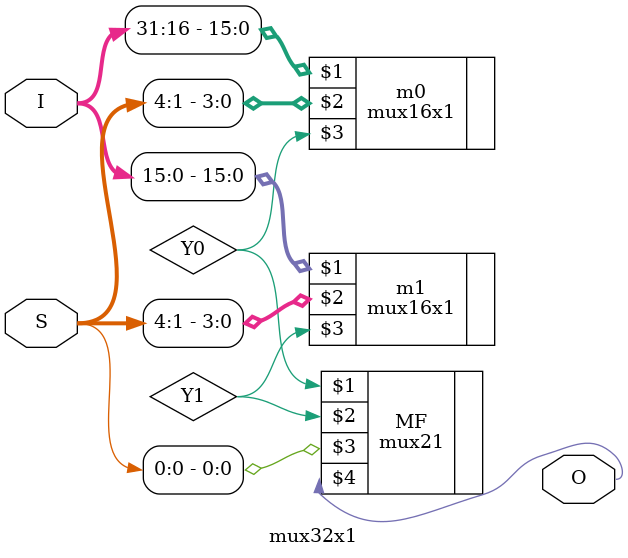
<source format=v>
module mux32x1(I,S,O);

input [31:0]I;
input [4:0]S;
//input s2;
output reg O;
wire Y0,Y1;

mux16x1 m0 (I[31:16],S[4:1],Y0);
mux16x1 m1 (I[15:0],S[4:1],Y1);

mux21 MF(Y0,Y1,S[0],O)
;
endmodule


</source>
